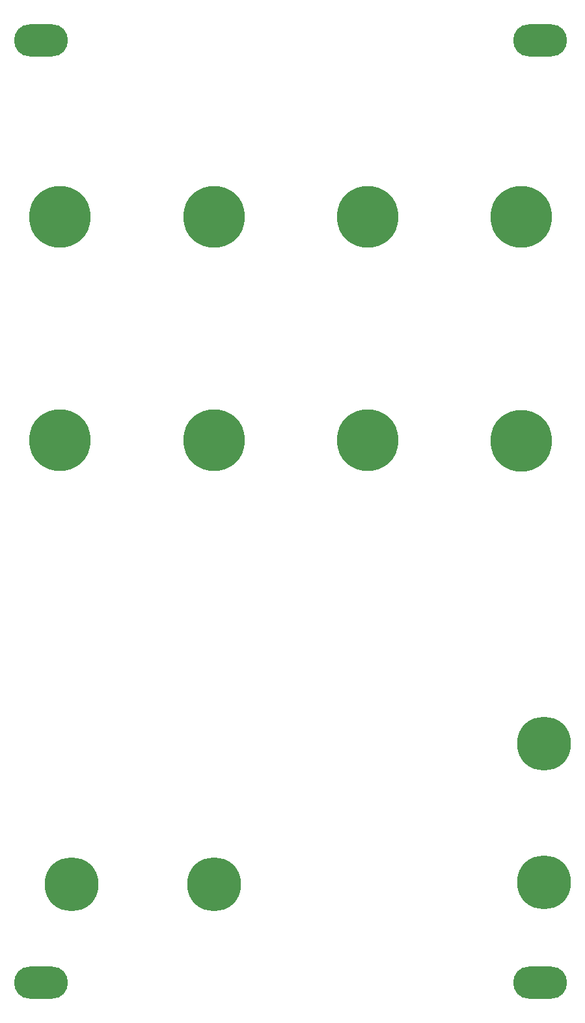
<source format=gbr>
%TF.GenerationSoftware,KiCad,Pcbnew,8.0.4+1*%
%TF.CreationDate,2024-09-11T08:07:52+08:00*%
%TF.ProjectId,MiniSeq - Panel,4d696e69-5365-4712-902d-2050616e656c,v0.1*%
%TF.SameCoordinates,Original*%
%TF.FileFunction,Soldermask,Top*%
%TF.FilePolarity,Negative*%
%FSLAX46Y46*%
G04 Gerber Fmt 4.6, Leading zero omitted, Abs format (unit mm)*
G04 Created by KiCad (PCBNEW 8.0.4+1) date 2024-09-11 08:07:52*
%MOMM*%
%LPD*%
G01*
G04 APERTURE LIST*
%ADD10C,8.000000*%
%ADD11O,7.000000X4.200000*%
%ADD12C,7.000000*%
G04 APERTURE END LIST*
D10*
%TO.C,REF\u002A\u002A*%
X100000000Y-85000000D03*
%TD*%
%TO.C,REF\u002A\u002A*%
X100000000Y-55942500D03*
%TD*%
%TO.C,REF\u002A\u002A*%
X80000000Y-85000000D03*
%TD*%
%TO.C,REF\u002A\u002A*%
X60000000Y-55942500D03*
%TD*%
D11*
%TO.C,REF\u002A\u002A*%
X57500000Y-33000000D03*
X57500000Y-155500000D03*
X122500000Y-33000000D03*
X122500000Y-155500000D03*
%TD*%
D12*
%TO.C,REF\u002A\u002A*%
X123000000Y-142500000D03*
%TD*%
D10*
%TO.C,REF\u002A\u002A*%
X80000000Y-55942500D03*
%TD*%
D12*
%TO.C,REF\u002A\u002A*%
X61500000Y-142720000D03*
%TD*%
D10*
%TO.C,REF\u002A\u002A*%
X120000000Y-85057500D03*
%TD*%
%TO.C,REF\u002A\u002A*%
X60000000Y-85000000D03*
%TD*%
D12*
%TO.C,REF\u002A\u002A*%
X80000000Y-142720000D03*
%TD*%
D10*
%TO.C,REF\u002A\u002A*%
X120000000Y-55942500D03*
%TD*%
D12*
%TO.C,REF\u002A\u002A*%
X123000000Y-124470000D03*
%TD*%
M02*

</source>
